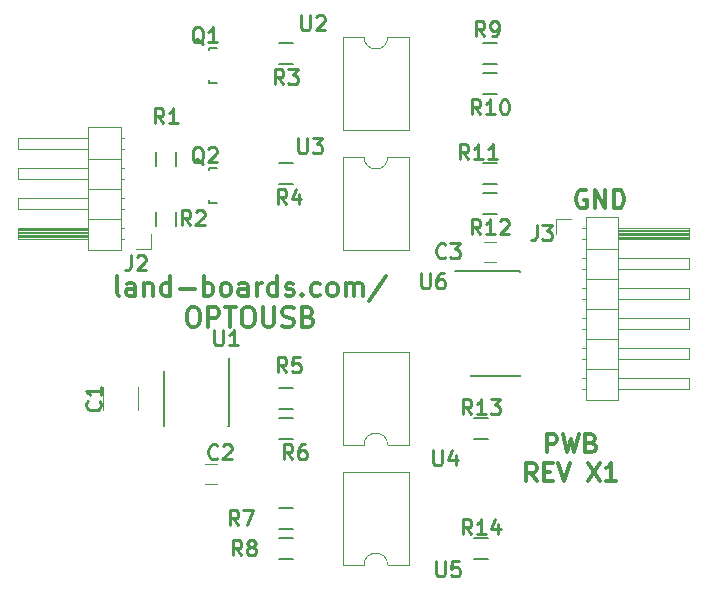
<source format=gbr>
G04 #@! TF.FileFunction,Legend,Top*
%FSLAX46Y46*%
G04 Gerber Fmt 4.6, Leading zero omitted, Abs format (unit mm)*
G04 Created by KiCad (PCBNEW (after 2015-mar-04 BZR unknown)-product) date 3/8/2017 11:20:46 AM*
%MOMM*%
G01*
G04 APERTURE LIST*
%ADD10C,0.150000*%
%ADD11C,0.304800*%
%ADD12C,0.120000*%
%ADD13C,0.254000*%
G04 APERTURE END LIST*
D10*
D11*
X44495358Y-15392400D02*
X44350215Y-15316200D01*
X44132501Y-15316200D01*
X43914786Y-15392400D01*
X43769644Y-15544800D01*
X43697072Y-15697200D01*
X43624501Y-16002000D01*
X43624501Y-16230600D01*
X43697072Y-16535400D01*
X43769644Y-16687800D01*
X43914786Y-16840200D01*
X44132501Y-16916400D01*
X44277644Y-16916400D01*
X44495358Y-16840200D01*
X44567929Y-16764000D01*
X44567929Y-16230600D01*
X44277644Y-16230600D01*
X45221072Y-16916400D02*
X45221072Y-15316200D01*
X46091929Y-16916400D01*
X46091929Y-15316200D01*
X46817643Y-16916400D02*
X46817643Y-15316200D01*
X47180500Y-15316200D01*
X47398215Y-15392400D01*
X47543357Y-15544800D01*
X47615929Y-15697200D01*
X47688500Y-16002000D01*
X47688500Y-16230600D01*
X47615929Y-16535400D01*
X47543357Y-16687800D01*
X47398215Y-16840200D01*
X47180500Y-16916400D01*
X46817643Y-16916400D01*
X4956023Y-24330781D02*
X4798785Y-24252162D01*
X4720166Y-24094924D01*
X4720166Y-22679781D01*
X6292548Y-24330781D02*
X6292548Y-23465971D01*
X6213929Y-23308733D01*
X6056691Y-23230114D01*
X5742214Y-23230114D01*
X5584976Y-23308733D01*
X6292548Y-24252162D02*
X6135310Y-24330781D01*
X5742214Y-24330781D01*
X5584976Y-24252162D01*
X5506357Y-24094924D01*
X5506357Y-23937686D01*
X5584976Y-23780448D01*
X5742214Y-23701829D01*
X6135310Y-23701829D01*
X6292548Y-23623210D01*
X7078738Y-23230114D02*
X7078738Y-24330781D01*
X7078738Y-23387352D02*
X7157357Y-23308733D01*
X7314595Y-23230114D01*
X7550453Y-23230114D01*
X7707691Y-23308733D01*
X7786310Y-23465971D01*
X7786310Y-24330781D01*
X9280072Y-24330781D02*
X9280072Y-22679781D01*
X9280072Y-24252162D02*
X9122834Y-24330781D01*
X8808357Y-24330781D01*
X8651119Y-24252162D01*
X8572500Y-24173543D01*
X8493881Y-24016305D01*
X8493881Y-23544590D01*
X8572500Y-23387352D01*
X8651119Y-23308733D01*
X8808357Y-23230114D01*
X9122834Y-23230114D01*
X9280072Y-23308733D01*
X10066262Y-23701829D02*
X11324167Y-23701829D01*
X12110357Y-24330781D02*
X12110357Y-22679781D01*
X12110357Y-23308733D02*
X12267595Y-23230114D01*
X12582072Y-23230114D01*
X12739310Y-23308733D01*
X12817929Y-23387352D01*
X12896548Y-23544590D01*
X12896548Y-24016305D01*
X12817929Y-24173543D01*
X12739310Y-24252162D01*
X12582072Y-24330781D01*
X12267595Y-24330781D01*
X12110357Y-24252162D01*
X13839976Y-24330781D02*
X13682738Y-24252162D01*
X13604119Y-24173543D01*
X13525500Y-24016305D01*
X13525500Y-23544590D01*
X13604119Y-23387352D01*
X13682738Y-23308733D01*
X13839976Y-23230114D01*
X14075834Y-23230114D01*
X14233072Y-23308733D01*
X14311691Y-23387352D01*
X14390310Y-23544590D01*
X14390310Y-24016305D01*
X14311691Y-24173543D01*
X14233072Y-24252162D01*
X14075834Y-24330781D01*
X13839976Y-24330781D01*
X15805453Y-24330781D02*
X15805453Y-23465971D01*
X15726834Y-23308733D01*
X15569596Y-23230114D01*
X15255119Y-23230114D01*
X15097881Y-23308733D01*
X15805453Y-24252162D02*
X15648215Y-24330781D01*
X15255119Y-24330781D01*
X15097881Y-24252162D01*
X15019262Y-24094924D01*
X15019262Y-23937686D01*
X15097881Y-23780448D01*
X15255119Y-23701829D01*
X15648215Y-23701829D01*
X15805453Y-23623210D01*
X16591643Y-24330781D02*
X16591643Y-23230114D01*
X16591643Y-23544590D02*
X16670262Y-23387352D01*
X16748881Y-23308733D01*
X16906119Y-23230114D01*
X17063358Y-23230114D01*
X18321263Y-24330781D02*
X18321263Y-22679781D01*
X18321263Y-24252162D02*
X18164025Y-24330781D01*
X17849548Y-24330781D01*
X17692310Y-24252162D01*
X17613691Y-24173543D01*
X17535072Y-24016305D01*
X17535072Y-23544590D01*
X17613691Y-23387352D01*
X17692310Y-23308733D01*
X17849548Y-23230114D01*
X18164025Y-23230114D01*
X18321263Y-23308733D01*
X19028834Y-24252162D02*
X19186072Y-24330781D01*
X19500548Y-24330781D01*
X19657787Y-24252162D01*
X19736406Y-24094924D01*
X19736406Y-24016305D01*
X19657787Y-23859067D01*
X19500548Y-23780448D01*
X19264691Y-23780448D01*
X19107453Y-23701829D01*
X19028834Y-23544590D01*
X19028834Y-23465971D01*
X19107453Y-23308733D01*
X19264691Y-23230114D01*
X19500548Y-23230114D01*
X19657787Y-23308733D01*
X20443977Y-24173543D02*
X20522596Y-24252162D01*
X20443977Y-24330781D01*
X20365358Y-24252162D01*
X20443977Y-24173543D01*
X20443977Y-24330781D01*
X21937739Y-24252162D02*
X21780501Y-24330781D01*
X21466024Y-24330781D01*
X21308786Y-24252162D01*
X21230167Y-24173543D01*
X21151548Y-24016305D01*
X21151548Y-23544590D01*
X21230167Y-23387352D01*
X21308786Y-23308733D01*
X21466024Y-23230114D01*
X21780501Y-23230114D01*
X21937739Y-23308733D01*
X22881167Y-24330781D02*
X22723929Y-24252162D01*
X22645310Y-24173543D01*
X22566691Y-24016305D01*
X22566691Y-23544590D01*
X22645310Y-23387352D01*
X22723929Y-23308733D01*
X22881167Y-23230114D01*
X23117025Y-23230114D01*
X23274263Y-23308733D01*
X23352882Y-23387352D01*
X23431501Y-23544590D01*
X23431501Y-24016305D01*
X23352882Y-24173543D01*
X23274263Y-24252162D01*
X23117025Y-24330781D01*
X22881167Y-24330781D01*
X24139072Y-24330781D02*
X24139072Y-23230114D01*
X24139072Y-23387352D02*
X24217691Y-23308733D01*
X24374929Y-23230114D01*
X24610787Y-23230114D01*
X24768025Y-23308733D01*
X24846644Y-23465971D01*
X24846644Y-24330781D01*
X24846644Y-23465971D02*
X24925263Y-23308733D01*
X25082501Y-23230114D01*
X25318358Y-23230114D01*
X25475596Y-23308733D01*
X25554215Y-23465971D01*
X25554215Y-24330781D01*
X27519691Y-22601162D02*
X26104548Y-24723876D01*
X11049000Y-25295981D02*
X11363477Y-25295981D01*
X11520715Y-25374600D01*
X11677953Y-25531838D01*
X11756572Y-25846314D01*
X11756572Y-26396648D01*
X11677953Y-26711124D01*
X11520715Y-26868362D01*
X11363477Y-26946981D01*
X11049000Y-26946981D01*
X10891762Y-26868362D01*
X10734524Y-26711124D01*
X10655905Y-26396648D01*
X10655905Y-25846314D01*
X10734524Y-25531838D01*
X10891762Y-25374600D01*
X11049000Y-25295981D01*
X12464143Y-26946981D02*
X12464143Y-25295981D01*
X13093096Y-25295981D01*
X13250334Y-25374600D01*
X13328953Y-25453219D01*
X13407572Y-25610457D01*
X13407572Y-25846314D01*
X13328953Y-26003552D01*
X13250334Y-26082171D01*
X13093096Y-26160790D01*
X12464143Y-26160790D01*
X13879286Y-25295981D02*
X14822715Y-25295981D01*
X14351000Y-26946981D02*
X14351000Y-25295981D01*
X15687524Y-25295981D02*
X16002001Y-25295981D01*
X16159239Y-25374600D01*
X16316477Y-25531838D01*
X16395096Y-25846314D01*
X16395096Y-26396648D01*
X16316477Y-26711124D01*
X16159239Y-26868362D01*
X16002001Y-26946981D01*
X15687524Y-26946981D01*
X15530286Y-26868362D01*
X15373048Y-26711124D01*
X15294429Y-26396648D01*
X15294429Y-25846314D01*
X15373048Y-25531838D01*
X15530286Y-25374600D01*
X15687524Y-25295981D01*
X17102667Y-25295981D02*
X17102667Y-26632505D01*
X17181286Y-26789743D01*
X17259905Y-26868362D01*
X17417143Y-26946981D01*
X17731620Y-26946981D01*
X17888858Y-26868362D01*
X17967477Y-26789743D01*
X18046096Y-26632505D01*
X18046096Y-25295981D01*
X18753667Y-26868362D02*
X18989524Y-26946981D01*
X19382620Y-26946981D01*
X19539858Y-26868362D01*
X19618477Y-26789743D01*
X19697096Y-26632505D01*
X19697096Y-26475267D01*
X19618477Y-26318029D01*
X19539858Y-26239410D01*
X19382620Y-26160790D01*
X19068143Y-26082171D01*
X18910905Y-26003552D01*
X18832286Y-25924933D01*
X18753667Y-25767695D01*
X18753667Y-25610457D01*
X18832286Y-25453219D01*
X18910905Y-25374600D01*
X19068143Y-25295981D01*
X19461239Y-25295981D01*
X19697096Y-25374600D01*
X20955001Y-26082171D02*
X21190858Y-26160790D01*
X21269477Y-26239410D01*
X21348096Y-26396648D01*
X21348096Y-26632505D01*
X21269477Y-26789743D01*
X21190858Y-26868362D01*
X21033620Y-26946981D01*
X20404667Y-26946981D01*
X20404667Y-25295981D01*
X20955001Y-25295981D01*
X21112239Y-25374600D01*
X21190858Y-25453219D01*
X21269477Y-25610457D01*
X21269477Y-25767695D01*
X21190858Y-25924933D01*
X21112239Y-26003552D01*
X20955001Y-26082171D01*
X20404667Y-26082171D01*
X41148000Y-37570229D02*
X41148000Y-36046229D01*
X41728572Y-36046229D01*
X41873714Y-36118800D01*
X41946286Y-36191371D01*
X42018857Y-36336514D01*
X42018857Y-36554229D01*
X41946286Y-36699371D01*
X41873714Y-36771943D01*
X41728572Y-36844514D01*
X41148000Y-36844514D01*
X42526857Y-36046229D02*
X42889714Y-37570229D01*
X43180000Y-36481657D01*
X43470286Y-37570229D01*
X43833143Y-36046229D01*
X44921714Y-36771943D02*
X45139428Y-36844514D01*
X45212000Y-36917086D01*
X45284571Y-37062229D01*
X45284571Y-37279943D01*
X45212000Y-37425086D01*
X45139428Y-37497657D01*
X44994286Y-37570229D01*
X44413714Y-37570229D01*
X44413714Y-36046229D01*
X44921714Y-36046229D01*
X45066857Y-36118800D01*
X45139428Y-36191371D01*
X45212000Y-36336514D01*
X45212000Y-36481657D01*
X45139428Y-36626800D01*
X45066857Y-36699371D01*
X44921714Y-36771943D01*
X44413714Y-36771943D01*
X40277142Y-40008629D02*
X39769142Y-39282914D01*
X39406285Y-40008629D02*
X39406285Y-38484629D01*
X39986857Y-38484629D01*
X40131999Y-38557200D01*
X40204571Y-38629771D01*
X40277142Y-38774914D01*
X40277142Y-38992629D01*
X40204571Y-39137771D01*
X40131999Y-39210343D01*
X39986857Y-39282914D01*
X39406285Y-39282914D01*
X40930285Y-39210343D02*
X41438285Y-39210343D01*
X41655999Y-40008629D02*
X40930285Y-40008629D01*
X40930285Y-38484629D01*
X41655999Y-38484629D01*
X42091428Y-38484629D02*
X42599428Y-40008629D01*
X43107428Y-38484629D01*
X44631428Y-38484629D02*
X45647428Y-40008629D01*
X45647428Y-38484629D02*
X44631428Y-40008629D01*
X47026286Y-40008629D02*
X46155429Y-40008629D01*
X46590857Y-40008629D02*
X46590857Y-38484629D01*
X46445714Y-38702343D01*
X46300572Y-38847486D01*
X46155429Y-38920057D01*
D10*
X34755000Y-22220000D02*
X34755000Y-22245000D01*
X38905000Y-22220000D02*
X38905000Y-22335000D01*
X38905000Y-31120000D02*
X38905000Y-31005000D01*
X34755000Y-31120000D02*
X34755000Y-31005000D01*
X34755000Y-22220000D02*
X38905000Y-22220000D01*
X34755000Y-31120000D02*
X38905000Y-31120000D01*
X34755000Y-22245000D02*
X33380000Y-22245000D01*
X8015000Y-18380000D02*
X8015000Y-17180000D01*
X9765000Y-17180000D02*
X9765000Y-18380000D01*
X36160000Y-46595000D02*
X34960000Y-46595000D01*
X34960000Y-44845000D02*
X36160000Y-44845000D01*
X8015000Y-13300000D02*
X8015000Y-12100000D01*
X9765000Y-12100000D02*
X9765000Y-13300000D01*
X19650000Y-44055000D02*
X18450000Y-44055000D01*
X18450000Y-42305000D02*
X19650000Y-42305000D01*
X36160000Y-36435000D02*
X34960000Y-36435000D01*
X34960000Y-34685000D02*
X36160000Y-34685000D01*
X19650000Y-14845000D02*
X18450000Y-14845000D01*
X18450000Y-13095000D02*
X19650000Y-13095000D01*
X19650000Y-33895000D02*
X18450000Y-33895000D01*
X18450000Y-32145000D02*
X19650000Y-32145000D01*
X35722000Y-15635000D02*
X36922000Y-15635000D01*
X36922000Y-17385000D02*
X35722000Y-17385000D01*
X19650000Y-46595000D02*
X18450000Y-46595000D01*
X18450000Y-44845000D02*
X19650000Y-44845000D01*
X35722000Y-13095000D02*
X36922000Y-13095000D01*
X36922000Y-14845000D02*
X35722000Y-14845000D01*
X19650000Y-4685000D02*
X18450000Y-4685000D01*
X18450000Y-2935000D02*
X19650000Y-2935000D01*
X35722000Y-5475000D02*
X36922000Y-5475000D01*
X36922000Y-7225000D02*
X35722000Y-7225000D01*
X19650000Y-36435000D02*
X18450000Y-36435000D01*
X18450000Y-34685000D02*
X19650000Y-34685000D01*
X35722000Y-2935000D02*
X36922000Y-2935000D01*
X36922000Y-4685000D02*
X35722000Y-4685000D01*
D12*
X3600000Y-32020000D02*
X3600000Y-34020000D01*
X6560000Y-34020000D02*
X6560000Y-32020000D01*
X13200000Y-38520000D02*
X12200000Y-38520000D01*
X12200000Y-40220000D02*
X13200000Y-40220000D01*
X44460000Y-17660000D02*
X44460000Y-20320000D01*
X44460000Y-20320000D02*
X47200000Y-20320000D01*
X47200000Y-20320000D02*
X47200000Y-17660000D01*
X47200000Y-17660000D02*
X44460000Y-17660000D01*
X47200000Y-18610000D02*
X47200000Y-19490000D01*
X47200000Y-19490000D02*
X53200000Y-19490000D01*
X53200000Y-19490000D02*
X53200000Y-18610000D01*
X53200000Y-18610000D02*
X47200000Y-18610000D01*
X44150000Y-18610000D02*
X44460000Y-18610000D01*
X44150000Y-19490000D02*
X44460000Y-19490000D01*
X47200000Y-18730000D02*
X53200000Y-18730000D01*
X47200000Y-18850000D02*
X53200000Y-18850000D01*
X47200000Y-18970000D02*
X53200000Y-18970000D01*
X47200000Y-19090000D02*
X53200000Y-19090000D01*
X47200000Y-19210000D02*
X53200000Y-19210000D01*
X47200000Y-19330000D02*
X53200000Y-19330000D01*
X47200000Y-19450000D02*
X53200000Y-19450000D01*
X44460000Y-20320000D02*
X44460000Y-22860000D01*
X44460000Y-22860000D02*
X47200000Y-22860000D01*
X47200000Y-22860000D02*
X47200000Y-20320000D01*
X47200000Y-20320000D02*
X44460000Y-20320000D01*
X47200000Y-21150000D02*
X47200000Y-22030000D01*
X47200000Y-22030000D02*
X53200000Y-22030000D01*
X53200000Y-22030000D02*
X53200000Y-21150000D01*
X53200000Y-21150000D02*
X47200000Y-21150000D01*
X44150000Y-21150000D02*
X44460000Y-21150000D01*
X44150000Y-22030000D02*
X44460000Y-22030000D01*
X44460000Y-22860000D02*
X44460000Y-25400000D01*
X44460000Y-25400000D02*
X47200000Y-25400000D01*
X47200000Y-25400000D02*
X47200000Y-22860000D01*
X47200000Y-22860000D02*
X44460000Y-22860000D01*
X47200000Y-23690000D02*
X47200000Y-24570000D01*
X47200000Y-24570000D02*
X53200000Y-24570000D01*
X53200000Y-24570000D02*
X53200000Y-23690000D01*
X53200000Y-23690000D02*
X47200000Y-23690000D01*
X44150000Y-23690000D02*
X44460000Y-23690000D01*
X44150000Y-24570000D02*
X44460000Y-24570000D01*
X44460000Y-25400000D02*
X44460000Y-27940000D01*
X44460000Y-27940000D02*
X47200000Y-27940000D01*
X47200000Y-27940000D02*
X47200000Y-25400000D01*
X47200000Y-25400000D02*
X44460000Y-25400000D01*
X47200000Y-26230000D02*
X47200000Y-27110000D01*
X47200000Y-27110000D02*
X53200000Y-27110000D01*
X53200000Y-27110000D02*
X53200000Y-26230000D01*
X53200000Y-26230000D02*
X47200000Y-26230000D01*
X44150000Y-26230000D02*
X44460000Y-26230000D01*
X44150000Y-27110000D02*
X44460000Y-27110000D01*
X44460000Y-27940000D02*
X44460000Y-30480000D01*
X44460000Y-30480000D02*
X47200000Y-30480000D01*
X47200000Y-30480000D02*
X47200000Y-27940000D01*
X47200000Y-27940000D02*
X44460000Y-27940000D01*
X47200000Y-28770000D02*
X47200000Y-29650000D01*
X47200000Y-29650000D02*
X53200000Y-29650000D01*
X53200000Y-29650000D02*
X53200000Y-28770000D01*
X53200000Y-28770000D02*
X47200000Y-28770000D01*
X44150000Y-28770000D02*
X44460000Y-28770000D01*
X44150000Y-29650000D02*
X44460000Y-29650000D01*
X44460000Y-30480000D02*
X44460000Y-33140000D01*
X44460000Y-33140000D02*
X47200000Y-33140000D01*
X47200000Y-33140000D02*
X47200000Y-30480000D01*
X47200000Y-30480000D02*
X44460000Y-30480000D01*
X47200000Y-31310000D02*
X47200000Y-32190000D01*
X47200000Y-32190000D02*
X53200000Y-32190000D01*
X53200000Y-32190000D02*
X53200000Y-31310000D01*
X53200000Y-31310000D02*
X47200000Y-31310000D01*
X44150000Y-31310000D02*
X44460000Y-31310000D01*
X44150000Y-32190000D02*
X44460000Y-32190000D01*
X41910000Y-19050000D02*
X41910000Y-17780000D01*
X41910000Y-17780000D02*
X43180000Y-17780000D01*
X5070000Y-20440000D02*
X5070000Y-17780000D01*
X5070000Y-17780000D02*
X2330000Y-17780000D01*
X2330000Y-17780000D02*
X2330000Y-20440000D01*
X2330000Y-20440000D02*
X5070000Y-20440000D01*
X2330000Y-19490000D02*
X2330000Y-18610000D01*
X2330000Y-18610000D02*
X-3670000Y-18610000D01*
X-3670000Y-18610000D02*
X-3670000Y-19490000D01*
X-3670000Y-19490000D02*
X2330000Y-19490000D01*
X5380000Y-19490000D02*
X5070000Y-19490000D01*
X5380000Y-18610000D02*
X5070000Y-18610000D01*
X2330000Y-19370000D02*
X-3670000Y-19370000D01*
X2330000Y-19250000D02*
X-3670000Y-19250000D01*
X2330000Y-19130000D02*
X-3670000Y-19130000D01*
X2330000Y-19010000D02*
X-3670000Y-19010000D01*
X2330000Y-18890000D02*
X-3670000Y-18890000D01*
X2330000Y-18770000D02*
X-3670000Y-18770000D01*
X2330000Y-18650000D02*
X-3670000Y-18650000D01*
X5070000Y-17780000D02*
X5070000Y-15240000D01*
X5070000Y-15240000D02*
X2330000Y-15240000D01*
X2330000Y-15240000D02*
X2330000Y-17780000D01*
X2330000Y-17780000D02*
X5070000Y-17780000D01*
X2330000Y-16950000D02*
X2330000Y-16070000D01*
X2330000Y-16070000D02*
X-3670000Y-16070000D01*
X-3670000Y-16070000D02*
X-3670000Y-16950000D01*
X-3670000Y-16950000D02*
X2330000Y-16950000D01*
X5380000Y-16950000D02*
X5070000Y-16950000D01*
X5380000Y-16070000D02*
X5070000Y-16070000D01*
X5070000Y-15240000D02*
X5070000Y-12700000D01*
X5070000Y-12700000D02*
X2330000Y-12700000D01*
X2330000Y-12700000D02*
X2330000Y-15240000D01*
X2330000Y-15240000D02*
X5070000Y-15240000D01*
X2330000Y-14410000D02*
X2330000Y-13530000D01*
X2330000Y-13530000D02*
X-3670000Y-13530000D01*
X-3670000Y-13530000D02*
X-3670000Y-14410000D01*
X-3670000Y-14410000D02*
X2330000Y-14410000D01*
X5380000Y-14410000D02*
X5070000Y-14410000D01*
X5380000Y-13530000D02*
X5070000Y-13530000D01*
X5070000Y-12700000D02*
X5070000Y-10040000D01*
X5070000Y-10040000D02*
X2330000Y-10040000D01*
X2330000Y-10040000D02*
X2330000Y-12700000D01*
X2330000Y-12700000D02*
X5070000Y-12700000D01*
X2330000Y-11870000D02*
X2330000Y-10990000D01*
X2330000Y-10990000D02*
X-3670000Y-10990000D01*
X-3670000Y-10990000D02*
X-3670000Y-11870000D01*
X-3670000Y-11870000D02*
X2330000Y-11870000D01*
X5380000Y-11870000D02*
X5070000Y-11870000D01*
X5380000Y-10990000D02*
X5070000Y-10990000D01*
X7620000Y-19050000D02*
X7620000Y-20320000D01*
X7620000Y-20320000D02*
X6350000Y-20320000D01*
D10*
X14230000Y-35320000D02*
X14130000Y-35320000D01*
X8705000Y-35345000D02*
X8730000Y-35345000D01*
X8705000Y-30695000D02*
X8730000Y-30695000D01*
X14230000Y-29620000D02*
X14230000Y-35320000D01*
X8705000Y-30695000D02*
X8705000Y-35345000D01*
D12*
X25670000Y-36950000D02*
G75*
G02X27670000Y-36950000I1000000J0D01*
G01*
X27670000Y-36950000D02*
X29440000Y-36950000D01*
X29440000Y-36950000D02*
X29440000Y-29090000D01*
X29440000Y-29090000D02*
X23900000Y-29090000D01*
X23900000Y-29090000D02*
X23900000Y-36950000D01*
X23900000Y-36950000D02*
X25670000Y-36950000D01*
X27670000Y-2420000D02*
G75*
G02X25670000Y-2420000I-1000000J0D01*
G01*
X25670000Y-2420000D02*
X23900000Y-2420000D01*
X23900000Y-2420000D02*
X23900000Y-10280000D01*
X23900000Y-10280000D02*
X29440000Y-10280000D01*
X29440000Y-10280000D02*
X29440000Y-2420000D01*
X29440000Y-2420000D02*
X27670000Y-2420000D01*
X25670000Y-47110000D02*
G75*
G02X27670000Y-47110000I1000000J0D01*
G01*
X27670000Y-47110000D02*
X29440000Y-47110000D01*
X29440000Y-47110000D02*
X29440000Y-39250000D01*
X29440000Y-39250000D02*
X23900000Y-39250000D01*
X23900000Y-39250000D02*
X23900000Y-47110000D01*
X23900000Y-47110000D02*
X25670000Y-47110000D01*
X27670000Y-12580000D02*
G75*
G02X25670000Y-12580000I-1000000J0D01*
G01*
X25670000Y-12580000D02*
X23900000Y-12580000D01*
X23900000Y-12580000D02*
X23900000Y-20440000D01*
X23900000Y-20440000D02*
X29440000Y-20440000D01*
X29440000Y-20440000D02*
X29440000Y-12580000D01*
X29440000Y-12580000D02*
X27670000Y-12580000D01*
D10*
X13258800Y-16485820D02*
X12557760Y-16485820D01*
X12557760Y-16485820D02*
X12557760Y-16236900D01*
X12557760Y-13686840D02*
X12557760Y-13486180D01*
X12557760Y-13486180D02*
X13258800Y-13486180D01*
X13258800Y-6325820D02*
X12557760Y-6325820D01*
X12557760Y-6325820D02*
X12557760Y-6076900D01*
X12557760Y-3526840D02*
X12557760Y-3326180D01*
X12557760Y-3326180D02*
X13258800Y-3326180D01*
D12*
X36822000Y-19724000D02*
X35822000Y-19724000D01*
X35822000Y-21424000D02*
X36822000Y-21424000D01*
D13*
X30528381Y-22418524D02*
X30528381Y-23446619D01*
X30588857Y-23567571D01*
X30649333Y-23628048D01*
X30770286Y-23688524D01*
X31012190Y-23688524D01*
X31133143Y-23628048D01*
X31193619Y-23567571D01*
X31254095Y-23446619D01*
X31254095Y-22418524D01*
X32403143Y-22418524D02*
X32161238Y-22418524D01*
X32040286Y-22479000D01*
X31979809Y-22539476D01*
X31858857Y-22720905D01*
X31798381Y-22962810D01*
X31798381Y-23446619D01*
X31858857Y-23567571D01*
X31919333Y-23628048D01*
X32040286Y-23688524D01*
X32282190Y-23688524D01*
X32403143Y-23628048D01*
X32463619Y-23567571D01*
X32524095Y-23446619D01*
X32524095Y-23144238D01*
X32463619Y-23023286D01*
X32403143Y-22962810D01*
X32282190Y-22902333D01*
X32040286Y-22902333D01*
X31919333Y-22962810D01*
X31858857Y-23023286D01*
X31798381Y-23144238D01*
X10964333Y-18354524D02*
X10541000Y-17749762D01*
X10238619Y-18354524D02*
X10238619Y-17084524D01*
X10722428Y-17084524D01*
X10843381Y-17145000D01*
X10903857Y-17205476D01*
X10964333Y-17326429D01*
X10964333Y-17507857D01*
X10903857Y-17628810D01*
X10843381Y-17689286D01*
X10722428Y-17749762D01*
X10238619Y-17749762D01*
X11448143Y-17205476D02*
X11508619Y-17145000D01*
X11629571Y-17084524D01*
X11931952Y-17084524D01*
X12052905Y-17145000D01*
X12113381Y-17205476D01*
X12173857Y-17326429D01*
X12173857Y-17447381D01*
X12113381Y-17628810D01*
X11387667Y-18354524D01*
X12173857Y-18354524D01*
X34743571Y-44516524D02*
X34320238Y-43911762D01*
X34017857Y-44516524D02*
X34017857Y-43246524D01*
X34501666Y-43246524D01*
X34622619Y-43307000D01*
X34683095Y-43367476D01*
X34743571Y-43488429D01*
X34743571Y-43669857D01*
X34683095Y-43790810D01*
X34622619Y-43851286D01*
X34501666Y-43911762D01*
X34017857Y-43911762D01*
X35953095Y-44516524D02*
X35227381Y-44516524D01*
X35590238Y-44516524D02*
X35590238Y-43246524D01*
X35469286Y-43427952D01*
X35348333Y-43548905D01*
X35227381Y-43609381D01*
X37041667Y-43669857D02*
X37041667Y-44516524D01*
X36739286Y-43186048D02*
X36436905Y-44093190D01*
X37223095Y-44093190D01*
X8678333Y-9718524D02*
X8255000Y-9113762D01*
X7952619Y-9718524D02*
X7952619Y-8448524D01*
X8436428Y-8448524D01*
X8557381Y-8509000D01*
X8617857Y-8569476D01*
X8678333Y-8690429D01*
X8678333Y-8871857D01*
X8617857Y-8992810D01*
X8557381Y-9053286D01*
X8436428Y-9113762D01*
X7952619Y-9113762D01*
X9887857Y-9718524D02*
X9162143Y-9718524D01*
X9525000Y-9718524D02*
X9525000Y-8448524D01*
X9404048Y-8629952D01*
X9283095Y-8750905D01*
X9162143Y-8811381D01*
X15028333Y-43754524D02*
X14605000Y-43149762D01*
X14302619Y-43754524D02*
X14302619Y-42484524D01*
X14786428Y-42484524D01*
X14907381Y-42545000D01*
X14967857Y-42605476D01*
X15028333Y-42726429D01*
X15028333Y-42907857D01*
X14967857Y-43028810D01*
X14907381Y-43089286D01*
X14786428Y-43149762D01*
X14302619Y-43149762D01*
X15451667Y-42484524D02*
X16298333Y-42484524D01*
X15754048Y-43754524D01*
X34743571Y-34356524D02*
X34320238Y-33751762D01*
X34017857Y-34356524D02*
X34017857Y-33086524D01*
X34501666Y-33086524D01*
X34622619Y-33147000D01*
X34683095Y-33207476D01*
X34743571Y-33328429D01*
X34743571Y-33509857D01*
X34683095Y-33630810D01*
X34622619Y-33691286D01*
X34501666Y-33751762D01*
X34017857Y-33751762D01*
X35953095Y-34356524D02*
X35227381Y-34356524D01*
X35590238Y-34356524D02*
X35590238Y-33086524D01*
X35469286Y-33267952D01*
X35348333Y-33388905D01*
X35227381Y-33449381D01*
X36376429Y-33086524D02*
X37162619Y-33086524D01*
X36739286Y-33570333D01*
X36920714Y-33570333D01*
X37041667Y-33630810D01*
X37102143Y-33691286D01*
X37162619Y-33812238D01*
X37162619Y-34114619D01*
X37102143Y-34235571D01*
X37041667Y-34296048D01*
X36920714Y-34356524D01*
X36557857Y-34356524D01*
X36436905Y-34296048D01*
X36376429Y-34235571D01*
X19092333Y-16576524D02*
X18669000Y-15971762D01*
X18366619Y-16576524D02*
X18366619Y-15306524D01*
X18850428Y-15306524D01*
X18971381Y-15367000D01*
X19031857Y-15427476D01*
X19092333Y-15548429D01*
X19092333Y-15729857D01*
X19031857Y-15850810D01*
X18971381Y-15911286D01*
X18850428Y-15971762D01*
X18366619Y-15971762D01*
X20180905Y-15729857D02*
X20180905Y-16576524D01*
X19878524Y-15246048D02*
X19576143Y-16153190D01*
X20362333Y-16153190D01*
X19092333Y-30800524D02*
X18669000Y-30195762D01*
X18366619Y-30800524D02*
X18366619Y-29530524D01*
X18850428Y-29530524D01*
X18971381Y-29591000D01*
X19031857Y-29651476D01*
X19092333Y-29772429D01*
X19092333Y-29953857D01*
X19031857Y-30074810D01*
X18971381Y-30135286D01*
X18850428Y-30195762D01*
X18366619Y-30195762D01*
X20241381Y-29530524D02*
X19636619Y-29530524D01*
X19576143Y-30135286D01*
X19636619Y-30074810D01*
X19757571Y-30014333D01*
X20059952Y-30014333D01*
X20180905Y-30074810D01*
X20241381Y-30135286D01*
X20301857Y-30256238D01*
X20301857Y-30558619D01*
X20241381Y-30679571D01*
X20180905Y-30740048D01*
X20059952Y-30800524D01*
X19757571Y-30800524D01*
X19636619Y-30740048D01*
X19576143Y-30679571D01*
X35505571Y-19116524D02*
X35082238Y-18511762D01*
X34779857Y-19116524D02*
X34779857Y-17846524D01*
X35263666Y-17846524D01*
X35384619Y-17907000D01*
X35445095Y-17967476D01*
X35505571Y-18088429D01*
X35505571Y-18269857D01*
X35445095Y-18390810D01*
X35384619Y-18451286D01*
X35263666Y-18511762D01*
X34779857Y-18511762D01*
X36715095Y-19116524D02*
X35989381Y-19116524D01*
X36352238Y-19116524D02*
X36352238Y-17846524D01*
X36231286Y-18027952D01*
X36110333Y-18148905D01*
X35989381Y-18209381D01*
X37198905Y-17967476D02*
X37259381Y-17907000D01*
X37380333Y-17846524D01*
X37682714Y-17846524D01*
X37803667Y-17907000D01*
X37864143Y-17967476D01*
X37924619Y-18088429D01*
X37924619Y-18209381D01*
X37864143Y-18390810D01*
X37138429Y-19116524D01*
X37924619Y-19116524D01*
X15282333Y-46294524D02*
X14859000Y-45689762D01*
X14556619Y-46294524D02*
X14556619Y-45024524D01*
X15040428Y-45024524D01*
X15161381Y-45085000D01*
X15221857Y-45145476D01*
X15282333Y-45266429D01*
X15282333Y-45447857D01*
X15221857Y-45568810D01*
X15161381Y-45629286D01*
X15040428Y-45689762D01*
X14556619Y-45689762D01*
X16008048Y-45568810D02*
X15887095Y-45508333D01*
X15826619Y-45447857D01*
X15766143Y-45326905D01*
X15766143Y-45266429D01*
X15826619Y-45145476D01*
X15887095Y-45085000D01*
X16008048Y-45024524D01*
X16249952Y-45024524D01*
X16370905Y-45085000D01*
X16431381Y-45145476D01*
X16491857Y-45266429D01*
X16491857Y-45326905D01*
X16431381Y-45447857D01*
X16370905Y-45508333D01*
X16249952Y-45568810D01*
X16008048Y-45568810D01*
X15887095Y-45629286D01*
X15826619Y-45689762D01*
X15766143Y-45810714D01*
X15766143Y-46052619D01*
X15826619Y-46173571D01*
X15887095Y-46234048D01*
X16008048Y-46294524D01*
X16249952Y-46294524D01*
X16370905Y-46234048D01*
X16431381Y-46173571D01*
X16491857Y-46052619D01*
X16491857Y-45810714D01*
X16431381Y-45689762D01*
X16370905Y-45629286D01*
X16249952Y-45568810D01*
X34489571Y-12766524D02*
X34066238Y-12161762D01*
X33763857Y-12766524D02*
X33763857Y-11496524D01*
X34247666Y-11496524D01*
X34368619Y-11557000D01*
X34429095Y-11617476D01*
X34489571Y-11738429D01*
X34489571Y-11919857D01*
X34429095Y-12040810D01*
X34368619Y-12101286D01*
X34247666Y-12161762D01*
X33763857Y-12161762D01*
X35699095Y-12766524D02*
X34973381Y-12766524D01*
X35336238Y-12766524D02*
X35336238Y-11496524D01*
X35215286Y-11677952D01*
X35094333Y-11798905D01*
X34973381Y-11859381D01*
X36908619Y-12766524D02*
X36182905Y-12766524D01*
X36545762Y-12766524D02*
X36545762Y-11496524D01*
X36424810Y-11677952D01*
X36303857Y-11798905D01*
X36182905Y-11859381D01*
X18838333Y-6416524D02*
X18415000Y-5811762D01*
X18112619Y-6416524D02*
X18112619Y-5146524D01*
X18596428Y-5146524D01*
X18717381Y-5207000D01*
X18777857Y-5267476D01*
X18838333Y-5388429D01*
X18838333Y-5569857D01*
X18777857Y-5690810D01*
X18717381Y-5751286D01*
X18596428Y-5811762D01*
X18112619Y-5811762D01*
X19261667Y-5146524D02*
X20047857Y-5146524D01*
X19624524Y-5630333D01*
X19805952Y-5630333D01*
X19926905Y-5690810D01*
X19987381Y-5751286D01*
X20047857Y-5872238D01*
X20047857Y-6174619D01*
X19987381Y-6295571D01*
X19926905Y-6356048D01*
X19805952Y-6416524D01*
X19443095Y-6416524D01*
X19322143Y-6356048D01*
X19261667Y-6295571D01*
X35505571Y-8956524D02*
X35082238Y-8351762D01*
X34779857Y-8956524D02*
X34779857Y-7686524D01*
X35263666Y-7686524D01*
X35384619Y-7747000D01*
X35445095Y-7807476D01*
X35505571Y-7928429D01*
X35505571Y-8109857D01*
X35445095Y-8230810D01*
X35384619Y-8291286D01*
X35263666Y-8351762D01*
X34779857Y-8351762D01*
X36715095Y-8956524D02*
X35989381Y-8956524D01*
X36352238Y-8956524D02*
X36352238Y-7686524D01*
X36231286Y-7867952D01*
X36110333Y-7988905D01*
X35989381Y-8049381D01*
X37501286Y-7686524D02*
X37622238Y-7686524D01*
X37743190Y-7747000D01*
X37803667Y-7807476D01*
X37864143Y-7928429D01*
X37924619Y-8170333D01*
X37924619Y-8472714D01*
X37864143Y-8714619D01*
X37803667Y-8835571D01*
X37743190Y-8896048D01*
X37622238Y-8956524D01*
X37501286Y-8956524D01*
X37380333Y-8896048D01*
X37319857Y-8835571D01*
X37259381Y-8714619D01*
X37198905Y-8472714D01*
X37198905Y-8170333D01*
X37259381Y-7928429D01*
X37319857Y-7807476D01*
X37380333Y-7747000D01*
X37501286Y-7686524D01*
X19600333Y-38166524D02*
X19177000Y-37561762D01*
X18874619Y-38166524D02*
X18874619Y-36896524D01*
X19358428Y-36896524D01*
X19479381Y-36957000D01*
X19539857Y-37017476D01*
X19600333Y-37138429D01*
X19600333Y-37319857D01*
X19539857Y-37440810D01*
X19479381Y-37501286D01*
X19358428Y-37561762D01*
X18874619Y-37561762D01*
X20688905Y-36896524D02*
X20447000Y-36896524D01*
X20326048Y-36957000D01*
X20265571Y-37017476D01*
X20144619Y-37198905D01*
X20084143Y-37440810D01*
X20084143Y-37924619D01*
X20144619Y-38045571D01*
X20205095Y-38106048D01*
X20326048Y-38166524D01*
X20567952Y-38166524D01*
X20688905Y-38106048D01*
X20749381Y-38045571D01*
X20809857Y-37924619D01*
X20809857Y-37622238D01*
X20749381Y-37501286D01*
X20688905Y-37440810D01*
X20567952Y-37380333D01*
X20326048Y-37380333D01*
X20205095Y-37440810D01*
X20144619Y-37501286D01*
X20084143Y-37622238D01*
X35856333Y-2352524D02*
X35433000Y-1747762D01*
X35130619Y-2352524D02*
X35130619Y-1082524D01*
X35614428Y-1082524D01*
X35735381Y-1143000D01*
X35795857Y-1203476D01*
X35856333Y-1324429D01*
X35856333Y-1505857D01*
X35795857Y-1626810D01*
X35735381Y-1687286D01*
X35614428Y-1747762D01*
X35130619Y-1747762D01*
X36461095Y-2352524D02*
X36703000Y-2352524D01*
X36823952Y-2292048D01*
X36884428Y-2231571D01*
X37005381Y-2050143D01*
X37065857Y-1808238D01*
X37065857Y-1324429D01*
X37005381Y-1203476D01*
X36944905Y-1143000D01*
X36823952Y-1082524D01*
X36582048Y-1082524D01*
X36461095Y-1143000D01*
X36400619Y-1203476D01*
X36340143Y-1324429D01*
X36340143Y-1626810D01*
X36400619Y-1747762D01*
X36461095Y-1808238D01*
X36582048Y-1868714D01*
X36823952Y-1868714D01*
X36944905Y-1808238D01*
X37005381Y-1747762D01*
X37065857Y-1626810D01*
X3283571Y-33231667D02*
X3344048Y-33292143D01*
X3404524Y-33473572D01*
X3404524Y-33594524D01*
X3344048Y-33775952D01*
X3223095Y-33896905D01*
X3102143Y-33957381D01*
X2860238Y-34017857D01*
X2678810Y-34017857D01*
X2436905Y-33957381D01*
X2315952Y-33896905D01*
X2195000Y-33775952D01*
X2134524Y-33594524D01*
X2134524Y-33473572D01*
X2195000Y-33292143D01*
X2255476Y-33231667D01*
X3404524Y-32022143D02*
X3404524Y-32747857D01*
X3404524Y-32385000D02*
X2134524Y-32385000D01*
X2315952Y-32505952D01*
X2436905Y-32626905D01*
X2497381Y-32747857D01*
X13250333Y-38045571D02*
X13189857Y-38106048D01*
X13008428Y-38166524D01*
X12887476Y-38166524D01*
X12706048Y-38106048D01*
X12585095Y-37985095D01*
X12524619Y-37864143D01*
X12464143Y-37622238D01*
X12464143Y-37440810D01*
X12524619Y-37198905D01*
X12585095Y-37077952D01*
X12706048Y-36957000D01*
X12887476Y-36896524D01*
X13008428Y-36896524D01*
X13189857Y-36957000D01*
X13250333Y-37017476D01*
X13734143Y-37017476D02*
X13794619Y-36957000D01*
X13915571Y-36896524D01*
X14217952Y-36896524D01*
X14338905Y-36957000D01*
X14399381Y-37017476D01*
X14459857Y-37138429D01*
X14459857Y-37259381D01*
X14399381Y-37440810D01*
X13673667Y-38166524D01*
X14459857Y-38166524D01*
X40280167Y-18354524D02*
X40280167Y-19261667D01*
X40219691Y-19443095D01*
X40098739Y-19564048D01*
X39917310Y-19624524D01*
X39796358Y-19624524D01*
X40763977Y-18354524D02*
X41550167Y-18354524D01*
X41126834Y-18838333D01*
X41308262Y-18838333D01*
X41429215Y-18898810D01*
X41489691Y-18959286D01*
X41550167Y-19080238D01*
X41550167Y-19382619D01*
X41489691Y-19503571D01*
X41429215Y-19564048D01*
X41308262Y-19624524D01*
X40945405Y-19624524D01*
X40824453Y-19564048D01*
X40763977Y-19503571D01*
X5926667Y-20894524D02*
X5926667Y-21801667D01*
X5866191Y-21983095D01*
X5745239Y-22104048D01*
X5563810Y-22164524D01*
X5442858Y-22164524D01*
X6470953Y-21015476D02*
X6531429Y-20955000D01*
X6652381Y-20894524D01*
X6954762Y-20894524D01*
X7075715Y-20955000D01*
X7136191Y-21015476D01*
X7196667Y-21136429D01*
X7196667Y-21257381D01*
X7136191Y-21438810D01*
X6410477Y-22164524D01*
X7196667Y-22164524D01*
X13002381Y-27244524D02*
X13002381Y-28272619D01*
X13062857Y-28393571D01*
X13123333Y-28454048D01*
X13244286Y-28514524D01*
X13486190Y-28514524D01*
X13607143Y-28454048D01*
X13667619Y-28393571D01*
X13728095Y-28272619D01*
X13728095Y-27244524D01*
X14998095Y-28514524D02*
X14272381Y-28514524D01*
X14635238Y-28514524D02*
X14635238Y-27244524D01*
X14514286Y-27425952D01*
X14393333Y-27546905D01*
X14272381Y-27607381D01*
X31544381Y-37404524D02*
X31544381Y-38432619D01*
X31604857Y-38553571D01*
X31665333Y-38614048D01*
X31786286Y-38674524D01*
X32028190Y-38674524D01*
X32149143Y-38614048D01*
X32209619Y-38553571D01*
X32270095Y-38432619D01*
X32270095Y-37404524D01*
X33419143Y-37827857D02*
X33419143Y-38674524D01*
X33116762Y-37344048D02*
X32814381Y-38251190D01*
X33600571Y-38251190D01*
X20368381Y-574524D02*
X20368381Y-1602619D01*
X20428857Y-1723571D01*
X20489333Y-1784048D01*
X20610286Y-1844524D01*
X20852190Y-1844524D01*
X20973143Y-1784048D01*
X21033619Y-1723571D01*
X21094095Y-1602619D01*
X21094095Y-574524D01*
X21638381Y-695476D02*
X21698857Y-635000D01*
X21819809Y-574524D01*
X22122190Y-574524D01*
X22243143Y-635000D01*
X22303619Y-695476D01*
X22364095Y-816429D01*
X22364095Y-937381D01*
X22303619Y-1118810D01*
X21577905Y-1844524D01*
X22364095Y-1844524D01*
X31798381Y-46802524D02*
X31798381Y-47830619D01*
X31858857Y-47951571D01*
X31919333Y-48012048D01*
X32040286Y-48072524D01*
X32282190Y-48072524D01*
X32403143Y-48012048D01*
X32463619Y-47951571D01*
X32524095Y-47830619D01*
X32524095Y-46802524D01*
X33733619Y-46802524D02*
X33128857Y-46802524D01*
X33068381Y-47407286D01*
X33128857Y-47346810D01*
X33249809Y-47286333D01*
X33552190Y-47286333D01*
X33673143Y-47346810D01*
X33733619Y-47407286D01*
X33794095Y-47528238D01*
X33794095Y-47830619D01*
X33733619Y-47951571D01*
X33673143Y-48012048D01*
X33552190Y-48072524D01*
X33249809Y-48072524D01*
X33128857Y-48012048D01*
X33068381Y-47951571D01*
X20114381Y-10988524D02*
X20114381Y-12016619D01*
X20174857Y-12137571D01*
X20235333Y-12198048D01*
X20356286Y-12258524D01*
X20598190Y-12258524D01*
X20719143Y-12198048D01*
X20779619Y-12137571D01*
X20840095Y-12016619D01*
X20840095Y-10988524D01*
X21323905Y-10988524D02*
X22110095Y-10988524D01*
X21686762Y-11472333D01*
X21868190Y-11472333D01*
X21989143Y-11532810D01*
X22049619Y-11593286D01*
X22110095Y-11714238D01*
X22110095Y-12016619D01*
X22049619Y-12137571D01*
X21989143Y-12198048D01*
X21868190Y-12258524D01*
X21505333Y-12258524D01*
X21384381Y-12198048D01*
X21323905Y-12137571D01*
X12071048Y-13141476D02*
X11950095Y-13081000D01*
X11829143Y-12960048D01*
X11647714Y-12778619D01*
X11526762Y-12718143D01*
X11405810Y-12718143D01*
X11466286Y-13020524D02*
X11345333Y-12960048D01*
X11224381Y-12839095D01*
X11163905Y-12597190D01*
X11163905Y-12173857D01*
X11224381Y-11931952D01*
X11345333Y-11811000D01*
X11466286Y-11750524D01*
X11708190Y-11750524D01*
X11829143Y-11811000D01*
X11950095Y-11931952D01*
X12010571Y-12173857D01*
X12010571Y-12597190D01*
X11950095Y-12839095D01*
X11829143Y-12960048D01*
X11708190Y-13020524D01*
X11466286Y-13020524D01*
X12494381Y-11871476D02*
X12554857Y-11811000D01*
X12675809Y-11750524D01*
X12978190Y-11750524D01*
X13099143Y-11811000D01*
X13159619Y-11871476D01*
X13220095Y-11992429D01*
X13220095Y-12113381D01*
X13159619Y-12294810D01*
X12433905Y-13020524D01*
X13220095Y-13020524D01*
X12071048Y-2981476D02*
X11950095Y-2921000D01*
X11829143Y-2800048D01*
X11647714Y-2618619D01*
X11526762Y-2558143D01*
X11405810Y-2558143D01*
X11466286Y-2860524D02*
X11345333Y-2800048D01*
X11224381Y-2679095D01*
X11163905Y-2437190D01*
X11163905Y-2013857D01*
X11224381Y-1771952D01*
X11345333Y-1651000D01*
X11466286Y-1590524D01*
X11708190Y-1590524D01*
X11829143Y-1651000D01*
X11950095Y-1771952D01*
X12010571Y-2013857D01*
X12010571Y-2437190D01*
X11950095Y-2679095D01*
X11829143Y-2800048D01*
X11708190Y-2860524D01*
X11466286Y-2860524D01*
X13220095Y-2860524D02*
X12494381Y-2860524D01*
X12857238Y-2860524D02*
X12857238Y-1590524D01*
X12736286Y-1771952D01*
X12615333Y-1892905D01*
X12494381Y-1953381D01*
X32554333Y-21027571D02*
X32493857Y-21088048D01*
X32312428Y-21148524D01*
X32191476Y-21148524D01*
X32010048Y-21088048D01*
X31889095Y-20967095D01*
X31828619Y-20846143D01*
X31768143Y-20604238D01*
X31768143Y-20422810D01*
X31828619Y-20180905D01*
X31889095Y-20059952D01*
X32010048Y-19939000D01*
X32191476Y-19878524D01*
X32312428Y-19878524D01*
X32493857Y-19939000D01*
X32554333Y-19999476D01*
X32977667Y-19878524D02*
X33763857Y-19878524D01*
X33340524Y-20362333D01*
X33521952Y-20362333D01*
X33642905Y-20422810D01*
X33703381Y-20483286D01*
X33763857Y-20604238D01*
X33763857Y-20906619D01*
X33703381Y-21027571D01*
X33642905Y-21088048D01*
X33521952Y-21148524D01*
X33159095Y-21148524D01*
X33038143Y-21088048D01*
X32977667Y-21027571D01*
M02*

</source>
